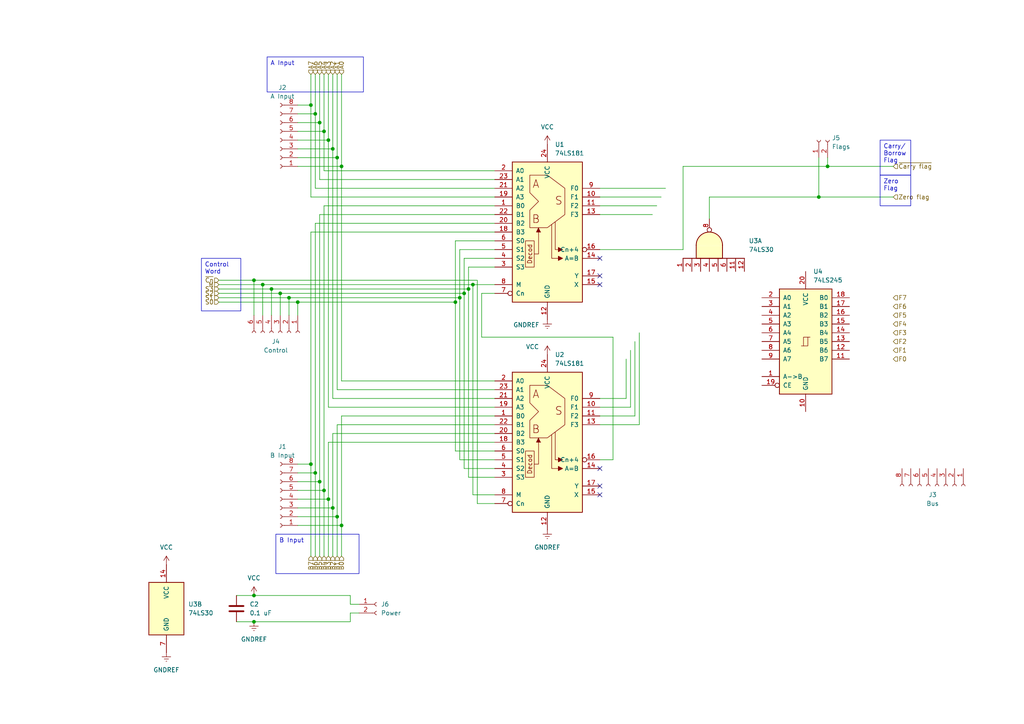
<source format=kicad_sch>
(kicad_sch (version 20231120) (generator "eeschema") (generator_version "8.0")
  (paper "A4")
  (title_block (title "Artemis ALU Module") (date "2024-07-14") (rev "1") (company "George Sleen"))
  (lib_symbols
    (symbol "74xx:74LS181" (pin_names (offset 1.016))
      (property "Reference" "U" (at -7.62 21.59 0))
      (property "Value" "74LS181" (at -7.62 -21.59 0))
      (symbol "74LS181_1_0"
        (polyline (pts (xy -3.81 -6.35) (xy -2.54 -6.35) (xy -2.54 1.27)))
        (polyline (pts (xy -2.54 1.27) (xy -3.175 0) (xy -1.905 0)) (fill (type outline)))
        (polyline (pts (xy 1.27 2.159) (xy 1.27 -7.62) (xy 3.175 -7.62)))
        (polyline (pts (xy 3.175 -5.08) (xy 2.286 -5.08) (xy 2.286 2.921)))
        (polyline (pts (xy 4.445 -7.62) (xy 3.175 -6.985) (xy 3.175 -8.255) (xy 4.445 -7.62)) (fill (type outline)))
        (polyline (pts (xy 4.445 -5.08) (xy 3.175 -4.445) (xy 3.175 -5.715) (xy 4.445 -5.08)) (fill (type outline)))
        (polyline (pts (xy -6.35 -2.54) (xy -6.35 -10.16) (xy -3.81 -10.16) (xy -3.81 -2.54) (xy -6.35 -2.54)))
        (polyline (pts (xy -5.08 16.51) (xy -5.08 11.43) (xy -2.54 8.89) (xy -5.08 6.35) (xy -5.08 1.27) (xy 0 1.27) (xy 5.08 5.08) (xy 5.08 12.7) (xy 0 16.51) (xy -5.08 16.51)))
        (text "A" (at -3.302 13.97 0) (effects (font (size 2.286 2.286))))
        (text "B" (at -3.302 3.81 0) (effects (font (size 2.286 2.286))))
        (text "Decod" (at -5.08 -6.35 900) (effects (font (size 1.27 1.27))))
        (text "S" (at 3.302 9.144 0) (effects (font (size 2.286 2.286))))
        (pin input line (at -15.24 7.62 0) (length 5.08) (name "B0") (number "1"))
        (pin output line (at 15.24 10.16 180) (length 5.08) (name "F1") (number "10"))
        (pin output line (at 15.24 7.62 180) (length 5.08) (name "F2") (number "11"))
        (pin power_in line (at 0 -25.4 90) (length 5.08) (name "GND") (number "12"))
        (pin output line (at 15.24 5.08 180) (length 5.08) (name "F3") (number "13"))
        (pin output line (at 15.24 -7.62 180) (length 5.08) (name "A=B") (number "14"))
        (pin output line (at 15.24 -15.24 180) (length 5.08) (name "X") (number "15"))
        (pin output inverted (at 15.24 -5.08 180) (length 5.08) (name "Cn+4") (number "16"))
        (pin output line (at 15.24 -12.7 180) (length 5.08) (name "Y") (number "17"))
        (pin input line (at -15.24 0 0) (length 5.08) (name "B3") (number "18"))
        (pin input line (at -15.24 10.16 0) (length 5.08) (name "A3") (number "19"))
        (pin input line (at -15.24 17.78 0) (length 5.08) (name "A0") (number "2"))
        (pin input line (at -15.24 2.54 0) (length 5.08) (name "B2") (number "20"))
        (pin input line (at -15.24 12.7 0) (length 5.08) (name "A2") (number "21"))
        (pin input line (at -15.24 5.08 0) (length 5.08) (name "B1") (number "22"))
        (pin input line (at -15.24 15.24 0) (length 5.08) (name "A1") (number "23"))
        (pin power_in line (at 0 25.4 270) (length 5.08) (name "VCC") (number "24"))
        (pin input line (at -15.24 -10.16 0) (length 5.08) (name "S3") (number "3"))
        (pin input line (at -15.24 -7.62 0) (length 5.08) (name "S2") (number "4"))
        (pin input line (at -15.24 -5.08 0) (length 5.08) (name "S1") (number "5"))
        (pin input line (at -15.24 -2.54 0) (length 5.08) (name "S0") (number "6"))
        (pin input inverted (at -15.24 -17.78 0) (length 5.08) (name "Cn") (number "7"))
        (pin input line (at -15.24 -15.24 0) (length 5.08) (name "M") (number "8"))
        (pin output line (at 15.24 12.7 180) (length 5.08) (name "F0") (number "9"))
      )
      (symbol "74LS181_1_1"
        (rectangle (start -10.16 20.32) (end 10.16 -20.32) (stroke (width 0.254)) (fill (type background)))
      )
    )
    (symbol "74xx:74LS245" (pin_names (offset 1.016))
      (property "Reference" "U" (at -7.62 16.51 0))
      (property "Value" "74LS245" (at -7.62 -16.51 0))
      (symbol "74LS245_1_0"
        (polyline (pts (xy -0.635 -1.27) (xy -0.635 1.27) (xy 0.635 1.27)))
        (polyline (pts (xy -1.27 -1.27) (xy 0.635 -1.27) (xy 0.635 1.27) (xy 1.27 1.27)))
        (pin input line (at -12.7 -10.16 0) (length 5.08) (name "A->B") (number "1"))
        (pin power_in line (at 0 -20.32 90) (length 5.08) (name "GND") (number "10"))
        (pin tri_state line (at 12.7 -5.08 180) (length 5.08) (name "B7") (number "11"))
        (pin tri_state line (at 12.7 -2.54 180) (length 5.08) (name "B6") (number "12"))
        (pin tri_state line (at 12.7 0 180) (length 5.08) (name "B5") (number "13"))
        (pin tri_state line (at 12.7 2.54 180) (length 5.08) (name "B4") (number "14"))
        (pin tri_state line (at 12.7 5.08 180) (length 5.08) (name "B3") (number "15"))
        (pin tri_state line (at 12.7 7.62 180) (length 5.08) (name "B2") (number "16"))
        (pin tri_state line (at 12.7 10.16 180) (length 5.08) (name "B1") (number "17"))
        (pin tri_state line (at 12.7 12.7 180) (length 5.08) (name "B0") (number "18"))
        (pin input inverted (at -12.7 -12.7 0) (length 5.08) (name "CE") (number "19"))
        (pin tri_state line (at -12.7 12.7 0) (length 5.08) (name "A0") (number "2"))
        (pin power_in line (at 0 20.32 270) (length 5.08) (name "VCC") (number "20"))
        (pin tri_state line (at -12.7 10.16 0) (length 5.08) (name "A1") (number "3"))
        (pin tri_state line (at -12.7 7.62 0) (length 5.08) (name "A2") (number "4"))
        (pin tri_state line (at -12.7 5.08 0) (length 5.08) (name "A3") (number "5"))
        (pin tri_state line (at -12.7 2.54 0) (length 5.08) (name "A4") (number "6"))
        (pin tri_state line (at -12.7 0 0) (length 5.08) (name "A5") (number "7"))
        (pin tri_state line (at -12.7 -2.54 0) (length 5.08) (name "A6") (number "8"))
        (pin tri_state line (at -12.7 -5.08 0) (length 5.08) (name "A7") (number "9"))
      )
      (symbol "74LS245_1_1"
        (rectangle (start -7.62 15.24) (end 7.62 -15.24) (stroke (width 0.254)) (fill (type background)))
      )
    )
    (symbol "74xx:74LS30" (pin_names (offset 1.016))
      (property "Reference" "U" (at 0 1.27 0))
      (property "Value" "74LS30" (at 0 -1.27 0))
      (symbol "74LS30_1_1"
        (arc (start 0 -3.81) (mid 3.7934 0) (end 0 3.81) (stroke (width 0.254)) (fill (type background)))
        (polyline (pts (xy -3.81 7.62) (xy -3.81 -10.16)) (stroke (width 0.254)))
        (polyline (pts (xy 0 3.81) (xy -3.81 3.81) (xy -3.81 -3.81) (xy 0 -3.81)) (stroke (width 0.254)) (fill (type background)))
        (pin input line (at -7.62 7.62 0) (length 3.81) (name "~") (number "1"))
        (pin input line (at -7.62 -7.62 0) (length 3.81) (name "~") (number "11"))
        (pin input line (at -7.62 -10.16 0) (length 3.81) (name "~") (number "12"))
        (pin input line (at -7.62 5.08 0) (length 3.81) (name "~") (number "2"))
        (pin input line (at -7.62 2.54 0) (length 3.81) (name "~") (number "3"))
        (pin input line (at -7.62 0 0) (length 3.81) (name "~") (number "4"))
        (pin input line (at -7.62 -2.54 0) (length 3.81) (name "~") (number "5"))
        (pin input line (at -7.62 -5.08 0) (length 3.81) (name "~") (number "6"))
        (pin output inverted (at 7.62 0 180) (length 3.81) (name "~") (number "8"))
      )
      (symbol "74LS30_1_2"
        (arc (start -3.81 -3.81) (mid -2.589 0) (end -3.81 3.81) (stroke (width 0.254)))
        (arc (start -0.6096 -3.81) (mid 2.1842 -2.5851) (end 3.81 0) (stroke (width 0.254)) (fill (type background)))
        (polyline (pts (xy -3.81 -3.81) (xy -3.81 -10.16)) (stroke (width 0.254)))
        (polyline (pts (xy -3.81 -3.81) (xy -0.635 -3.81)) (stroke (width 0.254)) (fill (type background)))
        (polyline (pts (xy -3.81 3.81) (xy -0.635 3.81)) (stroke (width 0.254)) (fill (type background)))
        (polyline (pts (xy -3.81 7.62) (xy -3.81 3.81)) (stroke (width 0.254)))
        (polyline (pts (xy -0.635 3.81) (xy -3.81 3.81) (xy -3.81 3.81) (xy -3.556 3.4036) (xy -3.0226 2.2606) (xy -2.6924 1.0414) (xy -2.6162 -0.254) (xy -2.7686 -1.4986) (xy -3.175 -2.7178) (xy -3.81 -3.81) (xy -3.81 -3.81) (xy -0.635 -3.81)) (stroke (width -25.4)) (fill (type background)))
        (arc (start 3.81 0) (mid 2.1915 2.5936) (end -0.6096 3.81) (stroke (width 0.254)) (fill (type background)))
        (pin input inverted (at -7.62 7.62 0) (length 3.81) (name "~") (number "1"))
        (pin input inverted (at -7.62 -7.62 0) (length 3.81) (name "~") (number "11"))
        (pin input inverted (at -7.62 -10.16 0) (length 3.81) (name "~") (number "12"))
        (pin input inverted (at -7.62 5.08 0) (length 3.81) (name "~") (number "2"))
        (pin input inverted (at -7.62 2.54 0) (length 4.5466) (name "~") (number "3"))
        (pin input inverted (at -7.62 0 0) (length 5.08) (name "~") (number "4"))
        (pin input inverted (at -7.62 -2.54 0) (length 4.5466) (name "~") (number "5"))
        (pin input inverted (at -7.62 -5.08 0) (length 3.81) (name "~") (number "6"))
        (pin output line (at 7.62 0 180) (length 3.81) (name "~") (number "8"))
      )
      (symbol "74LS30_2_0"
        (pin power_in line (at 0 12.7 270) (length 5.08) (name "VCC") (number "14"))
        (pin power_in line (at 0 -12.7 90) (length 5.08) (name "GND") (number "7"))
      )
      (symbol "74LS30_2_1"
        (rectangle (start -5.08 7.62) (end 5.08 -7.62) (stroke (width 0.254)) (fill (type background)))
      )
    )
    (symbol "Connector:Conn_01x02_Socket" (pin_names (offset 1.016) hide)
      (property "Reference" "J" (at 0 2.54 0))
      (property "Value" "Conn_01x02_Socket" (at 0 -5.08 0))
      (symbol "Conn_01x02_Socket_1_1"
        (arc (start 0 -2.032) (mid -0.5058 -2.54) (end 0 -3.048) (stroke (width 0.1524)))
        (polyline (pts (xy -1.27 -2.54) (xy -0.508 -2.54)) (stroke (width 0.1524)))
        (polyline (pts (xy -1.27 0) (xy -0.508 0)) (stroke (width 0.1524)))
        (arc (start 0 0.508) (mid -0.5058 0) (end 0 -0.508) (stroke (width 0.1524)))
        (pin passive line (at -5.08 0 0) (length 3.81) (name "Pin_1") (number "1"))
        (pin passive line (at -5.08 -2.54 0) (length 3.81) (name "Pin_2") (number "2"))
      )
    )
    (symbol "Connector:Conn_01x06_Socket" (pin_names (offset 1.016) hide)
      (property "Reference" "J" (at 0 7.62 0))
      (property "Value" "Conn_01x06_Socket" (at 0 -10.16 0))
      (symbol "Conn_01x06_Socket_1_1"
        (arc (start 0 -7.112) (mid -0.5058 -7.62) (end 0 -8.128) (stroke (width 0.1524)))
        (arc (start 0 -4.572) (mid -0.5058 -5.08) (end 0 -5.588) (stroke (width 0.1524)))
        (arc (start 0 -2.032) (mid -0.5058 -2.54) (end 0 -3.048) (stroke (width 0.1524)))
        (polyline (pts (xy -1.27 -7.62) (xy -0.508 -7.62)) (stroke (width 0.1524)))
        (polyline (pts (xy -1.27 -5.08) (xy -0.508 -5.08)) (stroke (width 0.1524)))
        (polyline (pts (xy -1.27 -2.54) (xy -0.508 -2.54)) (stroke (width 0.1524)))
        (polyline (pts (xy -1.27 0) (xy -0.508 0)) (stroke (width 0.1524)))
        (polyline (pts (xy -1.27 2.54) (xy -0.508 2.54)) (stroke (width 0.1524)))
        (polyline (pts (xy -1.27 5.08) (xy -0.508 5.08)) (stroke (width 0.1524)))
        (arc (start 0 0.508) (mid -0.5058 0) (end 0 -0.508) (stroke (width 0.1524)))
        (arc (start 0 3.048) (mid -0.5058 2.54) (end 0 2.032) (stroke (width 0.1524)))
        (arc (start 0 5.588) (mid -0.5058 5.08) (end 0 4.572) (stroke (width 0.1524)))
        (pin passive line (at -5.08 5.08 0) (length 3.81) (name "Pin_1") (number "1"))
        (pin passive line (at -5.08 2.54 0) (length 3.81) (name "Pin_2") (number "2"))
        (pin passive line (at -5.08 0 0) (length 3.81) (name "Pin_3") (number "3"))
        (pin passive line (at -5.08 -2.54 0) (length 3.81) (name "Pin_4") (number "4"))
        (pin passive line (at -5.08 -5.08 0) (length 3.81) (name "Pin_5") (number "5"))
        (pin passive line (at -5.08 -7.62 0) (length 3.81) (name "Pin_6") (number "6"))
      )
    )
    (symbol "Connector:Conn_01x08_Socket" (pin_names (offset 1.016) hide)
      (property "Reference" "J" (at 0 10.16 0))
      (property "Value" "Conn_01x08_Socket" (at 0 -12.7 0))
      (symbol "Conn_01x08_Socket_1_1"
        (arc (start 0 -9.652) (mid -0.5058 -10.16) (end 0 -10.668) (stroke (width 0.1524)))
        (arc (start 0 -7.112) (mid -0.5058 -7.62) (end 0 -8.128) (stroke (width 0.1524)))
        (arc (start 0 -4.572) (mid -0.5058 -5.08) (end 0 -5.588) (stroke (width 0.1524)))
        (arc (start 0 -2.032) (mid -0.5058 -2.54) (end 0 -3.048) (stroke (width 0.1524)))
        (polyline (pts (xy -1.27 -10.16) (xy -0.508 -10.16)) (stroke (width 0.1524)))
        (polyline (pts (xy -1.27 -7.62) (xy -0.508 -7.62)) (stroke (width 0.1524)))
        (polyline (pts (xy -1.27 -5.08) (xy -0.508 -5.08)) (stroke (width 0.1524)))
        (polyline (pts (xy -1.27 -2.54) (xy -0.508 -2.54)) (stroke (width 0.1524)))
        (polyline (pts (xy -1.27 0) (xy -0.508 0)) (stroke (width 0.1524)))
        (polyline (pts (xy -1.27 2.54) (xy -0.508 2.54)) (stroke (width 0.1524)))
        (polyline (pts (xy -1.27 5.08) (xy -0.508 5.08)) (stroke (width 0.1524)))
        (polyline (pts (xy -1.27 7.62) (xy -0.508 7.62)) (stroke (width 0.1524)))
        (arc (start 0 0.508) (mid -0.5058 0) (end 0 -0.508) (stroke (width 0.1524)))
        (arc (start 0 3.048) (mid -0.5058 2.54) (end 0 2.032) (stroke (width 0.1524)))
        (arc (start 0 5.588) (mid -0.5058 5.08) (end 0 4.572) (stroke (width 0.1524)))
        (arc (start 0 8.128) (mid -0.5058 7.62) (end 0 7.112) (stroke (width 0.1524)))
        (pin passive line (at -5.08 7.62 0) (length 3.81) (name "Pin_1") (number "1"))
        (pin passive line (at -5.08 5.08 0) (length 3.81) (name "Pin_2") (number "2"))
        (pin passive line (at -5.08 2.54 0) (length 3.81) (name "Pin_3") (number "3"))
        (pin passive line (at -5.08 0 0) (length 3.81) (name "Pin_4") (number "4"))
        (pin passive line (at -5.08 -2.54 0) (length 3.81) (name "Pin_5") (number "5"))
        (pin passive line (at -5.08 -5.08 0) (length 3.81) (name "Pin_6") (number "6"))
        (pin passive line (at -5.08 -7.62 0) (length 3.81) (name "Pin_7") (number "7"))
        (pin passive line (at -5.08 -10.16 0) (length 3.81) (name "Pin_8") (number "8"))
      )
    )
    (symbol "Device:C" (pin_numbers hide) (pin_names (offset 0.254))
      (property "Reference" "C" (at 0.635 2.54 0))
      (property "Value" "C" (at 0.635 -2.54 0))
      (symbol "C_0_1"
        (polyline (pts (xy -2.032 -0.762) (xy 2.032 -0.762)) (stroke (width 0.508)))
        (polyline (pts (xy -2.032 0.762) (xy 2.032 0.762)) (stroke (width 0.508)))
      )
      (symbol "C_1_1"
        (pin passive line (at 0 3.81 270) (length 2.794) (name "~") (number "1"))
        (pin passive line (at 0 -3.81 90) (length 2.794) (name "~") (number "2"))
      )
    )
    (symbol "power:GNDREF" (power) (pin_numbers hide) (pin_names (offset 0) hide)
      (property "Value" "GNDREF" (at 0 -3.81 0))
      (symbol "GNDREF_0_1"
        (polyline (pts (xy -0.635 -1.905) (xy 0.635 -1.905)))
        (polyline (pts (xy -0.127 -2.54) (xy 0.127 -2.54)))
        (polyline (pts (xy 0 -1.27) (xy 0 0)))
        (polyline (pts (xy 1.27 -1.27) (xy -1.27 -1.27)))
      )
      (symbol "GNDREF_1_1"
        (pin power_in line (at 0 0 270) (length 0) (name "~") (number "1"))
      )
    )
    (symbol "power:VCC" (power) (pin_numbers hide) (pin_names (offset 0) hide)
      (property "Value" "VCC" (at 0 3.556 0))
      (symbol "VCC_0_1"
        (polyline (pts (xy -0.762 1.27) (xy 0 2.54)))
        (polyline (pts (xy 0 0) (xy 0 2.54)))
        (polyline (pts (xy 0 2.54) (xy 0.762 1.27)))
      )
      (symbol "VCC_1_1"
        (pin power_in line (at 0 0 90) (length 0) (name "~") (number "1"))
      )
    )
  )
  (junction (at 91.44 137.16))
  (junction (at 95.25 40.64))
  (junction (at 97.79 149.86))
  (junction (at 78.74 83.82))
  (junction (at 134.62 85.09))
  (junction (at 97.79 45.72))
  (junction (at 133.35 86.36))
  (junction (at 73.66 180.34))
  (junction (at 132.08 87.63))
  (junction (at 240.03 48.26))
  (junction (at 73.66 172.72))
  (junction (at 99.06 48.26))
  (junction (at 90.17 134.62))
  (junction (at 81.28 85.09))
  (junction (at 91.44 33.02))
  (junction (at 83.82 86.36))
  (junction (at 76.2 82.55))
  (junction (at 86.36 87.63))
  (junction (at 135.89 83.82))
  (junction (at 96.52 43.18))
  (junction (at 73.66 81.28))
  (junction (at 93.98 142.24))
  (junction (at 137.16 82.55))
  (junction (at 90.17 30.48))
  (junction (at 92.71 35.56))
  (junction (at 92.71 139.7))
  (junction (at 95.25 144.78))
  (junction (at 237.49 57.15))
  (junction (at 99.06 152.4))
  (junction (at 96.52 147.32))
  (junction (at 93.98 38.1))
  (no_connect (at 173.99 74.93))
  (no_connect (at 173.99 82.55))
  (no_connect (at 173.99 80.01))
  (no_connect (at 173.99 143.51))
  (no_connect (at 173.99 135.89))
  (no_connect (at 173.99 140.97))
  (wire (pts (xy 86.36 134.62) (xy 90.17 134.62)))
  (wire (pts (xy 143.51 143.51) (xy 137.16 143.51)))
  (wire (pts (xy 63.5 81.28) (xy 73.66 81.28)))
  (wire (pts (xy 97.79 149.86) (xy 97.79 161.29)))
  (wire (pts (xy 86.36 147.32) (xy 96.52 147.32)))
  (wire (pts (xy 143.51 74.93) (xy 134.62 74.93)))
  (wire (pts (xy 143.51 118.11) (xy 95.25 118.11)))
  (wire (pts (xy 86.36 43.18) (xy 96.52 43.18)))
  (wire (pts (xy 97.79 45.72) (xy 97.79 113.03)))
  (wire (pts (xy 143.51 130.81) (xy 132.08 130.81)))
  (wire (pts (xy 93.98 38.1) (xy 93.98 49.53)))
  (wire (pts (xy 143.51 54.61) (xy 91.44 54.61)))
  (wire (pts (xy 101.6 177.8) (xy 101.6 180.34)))
  (wire (pts (xy 205.74 63.5) (xy 205.74 57.15)))
  (wire (pts (xy 86.36 48.26) (xy 99.06 48.26)))
  (wire (pts (xy 143.51 59.69) (xy 93.98 59.69)))
  (wire (pts (xy 198.12 48.26) (xy 240.03 48.26)))
  (wire (pts (xy 173.99 72.39) (xy 198.12 72.39)))
  (wire (pts (xy 139.7 97.79) (xy 139.7 85.09)))
  (wire (pts (xy 86.36 87.63) (xy 132.08 87.63)))
  (wire (pts (xy 181.61 115.57) (xy 181.61 104.14)))
  (wire (pts (xy 86.36 137.16) (xy 91.44 137.16)))
  (wire (pts (xy 86.36 30.48) (xy 90.17 30.48)))
  (wire (pts (xy 92.71 35.56) (xy 92.71 52.07)))
  (wire (pts (xy 198.12 72.39) (xy 198.12 48.26)))
  (wire (pts (xy 173.99 123.19) (xy 185.42 123.19)))
  (wire (pts (xy 135.89 83.82) (xy 135.89 138.43)))
  (wire (pts (xy 132.08 69.85) (xy 143.51 69.85)))
  (wire (pts (xy 86.36 40.64) (xy 95.25 40.64)))
  (wire (pts (xy 240.03 45.72) (xy 240.03 48.26)))
  (wire (pts (xy 104.14 177.8) (xy 101.6 177.8)))
  (wire (pts (xy 99.06 120.65) (xy 99.06 152.4)))
  (wire (pts (xy 173.99 118.11) (xy 182.88 118.11)))
  (wire (pts (xy 97.79 21.59) (xy 97.79 45.72)))
  (wire (pts (xy 92.71 139.7) (xy 92.71 161.29)))
  (wire (pts (xy 96.52 125.73) (xy 96.52 147.32)))
  (wire (pts (xy 95.25 144.78) (xy 95.25 161.29)))
  (wire (pts (xy 143.51 115.57) (xy 96.52 115.57)))
  (wire (pts (xy 143.51 110.49) (xy 99.06 110.49)))
  (wire (pts (xy 86.36 35.56) (xy 92.71 35.56)))
  (wire (pts (xy 86.36 139.7) (xy 92.71 139.7)))
  (wire (pts (xy 143.51 64.77) (xy 91.44 64.77)))
  (wire (pts (xy 137.16 82.55) (xy 143.51 82.55)))
  (wire (pts (xy 96.52 43.18) (xy 96.52 115.57)))
  (wire (pts (xy 91.44 33.02) (xy 91.44 54.61)))
  (wire (pts (xy 78.74 83.82) (xy 135.89 83.82)))
  (wire (pts (xy 143.51 113.03) (xy 97.79 113.03)))
  (wire (pts (xy 143.51 57.15) (xy 90.17 57.15)))
  (wire (pts (xy 63.5 85.09) (xy 81.28 85.09)))
  (wire (pts (xy 135.89 77.47) (xy 135.89 83.82)))
  (wire (pts (xy 139.7 85.09) (xy 143.51 85.09)))
  (wire (pts (xy 91.44 137.16) (xy 91.44 161.29)))
  (wire (pts (xy 63.5 82.55) (xy 76.2 82.55)))
  (wire (pts (xy 143.51 146.05) (xy 138.43 146.05)))
  (wire (pts (xy 93.98 59.69) (xy 93.98 142.24)))
  (wire (pts (xy 83.82 86.36) (xy 83.82 91.44)))
  (wire (pts (xy 143.51 120.65) (xy 99.06 120.65)))
  (wire (pts (xy 205.74 57.15) (xy 237.49 57.15)))
  (wire (pts (xy 86.36 144.78) (xy 95.25 144.78)))
  (wire (pts (xy 184.15 99.06) (xy 184.15 120.65)))
  (wire (pts (xy 132.08 69.85) (xy 132.08 87.63)))
  (wire (pts (xy 99.06 152.4) (xy 99.06 161.29)))
  (wire (pts (xy 90.17 134.62) (xy 90.17 161.29)))
  (wire (pts (xy 90.17 67.31) (xy 90.17 134.62)))
  (wire (pts (xy 73.66 180.34) (xy 101.6 180.34)))
  (wire (pts (xy 99.06 21.59) (xy 99.06 48.26)))
  (wire (pts (xy 86.36 152.4) (xy 99.06 152.4)))
  (wire (pts (xy 173.99 54.61) (xy 193.04 54.61)))
  (wire (pts (xy 237.49 45.72) (xy 237.49 57.15)))
  (wire (pts (xy 104.14 175.26) (xy 101.6 175.26)))
  (wire (pts (xy 63.5 83.82) (xy 78.74 83.82)))
  (wire (pts (xy 138.43 146.05) (xy 138.43 81.28)))
  (wire (pts (xy 134.62 135.89) (xy 143.51 135.89)))
  (wire (pts (xy 143.51 67.31) (xy 90.17 67.31)))
  (wire (pts (xy 91.44 21.59) (xy 91.44 33.02)))
  (wire (pts (xy 143.51 52.07) (xy 92.71 52.07)))
  (wire (pts (xy 182.88 118.11) (xy 182.88 101.6)))
  (wire (pts (xy 134.62 74.93) (xy 134.62 85.09)))
  (wire (pts (xy 83.82 86.36) (xy 133.35 86.36)))
  (wire (pts (xy 86.36 142.24) (xy 93.98 142.24)))
  (wire (pts (xy 135.89 77.47) (xy 143.51 77.47)))
  (wire (pts (xy 86.36 87.63) (xy 86.36 91.44)))
  (wire (pts (xy 143.51 49.53) (xy 93.98 49.53)))
  (wire (pts (xy 133.35 72.39) (xy 133.35 86.36)))
  (wire (pts (xy 76.2 82.55) (xy 76.2 91.44)))
  (wire (pts (xy 68.58 180.34) (xy 73.66 180.34)))
  (wire (pts (xy 96.52 21.59) (xy 96.52 43.18)))
  (wire (pts (xy 132.08 87.63) (xy 132.08 130.81)))
  (wire (pts (xy 133.35 86.36) (xy 133.35 133.35)))
  (wire (pts (xy 173.99 62.23) (xy 189.23 62.23)))
  (wire (pts (xy 96.52 147.32) (xy 96.52 161.29)))
  (wire (pts (xy 99.06 48.26) (xy 99.06 110.49)))
  (wire (pts (xy 134.62 85.09) (xy 134.62 135.89)))
  (wire (pts (xy 86.36 45.72) (xy 97.79 45.72)))
  (wire (pts (xy 95.25 40.64) (xy 95.25 118.11)))
  (wire (pts (xy 95.25 128.27) (xy 95.25 144.78)))
  (wire (pts (xy 86.36 149.86) (xy 97.79 149.86)))
  (wire (pts (xy 173.99 120.65) (xy 184.15 120.65)))
  (wire (pts (xy 173.99 133.35) (xy 177.8 133.35)))
  (wire (pts (xy 73.66 172.72) (xy 101.6 172.72)))
  (wire (pts (xy 173.99 59.69) (xy 190.5 59.69)))
  (wire (pts (xy 185.42 96.52) (xy 185.42 123.19)))
  (wire (pts (xy 63.5 87.63) (xy 86.36 87.63)))
  (wire (pts (xy 101.6 175.26) (xy 101.6 172.72)))
  (wire (pts (xy 81.28 85.09) (xy 81.28 91.44)))
  (wire (pts (xy 143.51 72.39) (xy 133.35 72.39)))
  (wire (pts (xy 73.66 81.28) (xy 138.43 81.28)))
  (wire (pts (xy 137.16 143.51) (xy 137.16 82.55)))
  (wire (pts (xy 93.98 142.24) (xy 93.98 161.29)))
  (wire (pts (xy 177.8 97.79) (xy 139.7 97.79)))
  (wire (pts (xy 93.98 21.59) (xy 93.98 38.1)))
  (wire (pts (xy 143.51 125.73) (xy 96.52 125.73)))
  (wire (pts (xy 68.58 172.72) (xy 73.66 172.72)))
  (wire (pts (xy 240.03 48.26) (xy 259.08 48.26)))
  (wire (pts (xy 97.79 123.19) (xy 97.79 149.86)))
  (wire (pts (xy 76.2 82.55) (xy 137.16 82.55)))
  (wire (pts (xy 143.51 62.23) (xy 92.71 62.23)))
  (wire (pts (xy 143.51 123.19) (xy 97.79 123.19)))
  (wire (pts (xy 92.71 21.59) (xy 92.71 35.56)))
  (wire (pts (xy 86.36 38.1) (xy 93.98 38.1)))
  (wire (pts (xy 237.49 57.15) (xy 259.08 57.15)))
  (wire (pts (xy 143.51 128.27) (xy 95.25 128.27)))
  (wire (pts (xy 90.17 21.59) (xy 90.17 30.48)))
  (wire (pts (xy 173.99 57.15) (xy 191.77 57.15)))
  (wire (pts (xy 92.71 62.23) (xy 92.71 139.7)))
  (wire (pts (xy 173.99 115.57) (xy 181.61 115.57)))
  (wire (pts (xy 95.25 21.59) (xy 95.25 40.64)))
  (wire (pts (xy 78.74 83.82) (xy 78.74 91.44)))
  (wire (pts (xy 73.66 81.28) (xy 73.66 91.44)))
  (wire (pts (xy 63.5 86.36) (xy 83.82 86.36)))
  (wire (pts (xy 133.35 133.35) (xy 143.51 133.35)))
  (wire (pts (xy 143.51 138.43) (xy 135.89 138.43)))
  (wire (pts (xy 177.8 133.35) (xy 177.8 97.79)))
  (wire (pts (xy 81.28 85.09) (xy 134.62 85.09)))
  (wire (pts (xy 91.44 64.77) (xy 91.44 137.16)))
  (wire (pts (xy 90.17 30.48) (xy 90.17 57.15)))
  (wire (pts (xy 86.36 33.02) (xy 91.44 33.02)))
  (text_box "Control Word\n" (at 58.42 74.93 0) (size 11.43 15.24) (effects (font (size 1.27 1.27)) (justify left top)))
  (text_box "Zero Flag" (at 255.27 50.8 0) (size 8.89 8.89) (effects (font (size 1.27 1.27)) (justify left top)))
  (text_box "A Input" (at 77.47 16.51 0) (size 27.94 10.16) (effects (font (size 1.27 1.27)) (justify left top)))
  (text_box "B Input" (at 80.01 154.94 0) (size 24.13 11.43) (effects (font (size 1.27 1.27)) (justify left top)))
  (text_box "Carry/ Borrow Flag" (at 255.27 40.64 0) (size 8.89 10.16) (effects (font (size 1.27 1.27)) (justify left top)))
  (hierarchical_label "Zero flag" (shape input) (at 259.08 57.15 0))
  (hierarchical_label "A4" (shape input) (at 93.98 21.59 90))
  (hierarchical_label "F5" (shape input) (at 259.08 91.44 0))
  (hierarchical_label "B0" (shape input) (at 99.06 161.29 270))
  (hierarchical_label "A5" (shape input) (at 92.71 21.59 90))
  (hierarchical_label "~{Carry flag}" (shape input) (at 259.08 48.26 0))
  (hierarchical_label "F2" (shape input) (at 259.08 99.06 0))
  (hierarchical_label "S0" (shape input) (at 63.5 87.63 180))
  (hierarchical_label "B2" (shape input) (at 96.52 161.29 270))
  (hierarchical_label "A1" (shape input) (at 97.79 21.59 90))
  (hierarchical_label "F6" (shape input) (at 259.08 88.9 0))
  (hierarchical_label "B7" (shape input) (at 90.17 161.29 270))
  (hierarchical_label "M" (shape input) (at 63.5 82.55 180))
  (hierarchical_label "F0" (shape input) (at 259.08 104.14 0))
  (hierarchical_label "F1" (shape input) (at 259.08 101.6 0))
  (hierarchical_label "~{Cn}" (shape input) (at 63.5 81.28 180))
  (hierarchical_label "S2" (shape input) (at 63.5 85.09 180))
  (hierarchical_label "B3" (shape input) (at 95.25 161.29 270))
  (hierarchical_label "A7" (shape input) (at 90.17 21.59 90))
  (hierarchical_label "B6" (shape input) (at 91.44 161.29 270))
  (hierarchical_label "A0" (shape input) (at 99.06 21.59 90))
  (hierarchical_label "A3" (shape input) (at 95.25 21.59 90))
  (hierarchical_label "F3" (shape input) (at 259.08 96.52 0))
  (hierarchical_label "B5" (shape input) (at 92.71 161.29 270))
  (hierarchical_label "A6" (shape input) (at 91.44 21.59 90))
  (hierarchical_label "F7" (shape input) (at 259.08 86.36 0))
  (hierarchical_label "S1" (shape input) (at 63.5 86.36 180))
  (hierarchical_label "F4" (shape input) (at 259.08 93.98 0))
  (hierarchical_label "B4" (shape input) (at 93.98 161.29 270))
  (hierarchical_label "A2" (shape input) (at 96.52 21.59 90))
  (hierarchical_label "B1" (shape input) (at 97.79 161.29 270))
  (hierarchical_label "S3" (shape input) (at 63.5 83.82 180))
  (symbol (lib_id "power:GNDREF") (at 48.26 189.23 0) (unit 1)
    (property "Reference" "#PWR05" (effects (hide yes)))
    (property "Value" "GNDREF" (at 48.26 194.31 0))
    (property "Description" "Power symbol creates a global label with name \"GNDREF\" , reference supply ground" (effects (hide yes)))
  )
  (symbol (lib_id "power:VCC") (at 48.26 163.83 0) (unit 1)
    (property "Reference" "#PWR06" (effects (hide yes)))
    (property "Value" "VCC" (at 48.26 158.75 0))
    (property "Description" "Power symbol creates a global label with name \"VCC\"" (effects (hide yes)))
  )
  (symbol (lib_id "Connector:Conn_01x08_Socket") (at 81.28 40.64 180) (unit 1)
    (property "Reference" "J2" (at 81.915 25.4 0))
    (property "Value" "A Input" (at 81.915 27.94 0))
    (property "Footprint" "Connector_Molex:Molex_PicoBlade_53048-0810_1x08_P1.25mm_Horizontal" (effects (hide yes)))
    (property "Description" "Generic connector, single row, 01x08, script generated" (effects (hide yes)))
  )
  (symbol (lib_id "74xx:74LS245") (at 233.68 99.06 0) (unit 1)
    (property "Reference" "U4" (at 235.8741 78.74 0) (effects (justify left)))
    (property "Value" "74LS245" (at 235.8741 81.28 0) (effects (justify left)))
    (property "Footprint" "Package_DIP:DIP-20_W7.62mm_Socket_LongPads" (effects (hide yes)))
    (property "Datasheet" "http://www.ti.com/lit/gpn/sn74LS245" (effects (hide yes)))
    (property "Description" "Octal BUS Transceivers, 3-State outputs" (effects (hide yes)))
  )
  (symbol (lib_id "power:VCC") (at 158.75 41.91 0) (unit 1)
    (property "Reference" "#PWR02" (effects (hide yes)))
    (property "Value" "VCC" (at 158.75 36.83 0))
    (property "Description" "Power symbol creates a global label with name \"VCC\"" (effects (hide yes)))
  )
  (symbol (lib_id "74xx:74LS181") (at 158.75 67.31 0) (unit 1)
    (property "Reference" "U1" (at 160.9441 41.91 0) (effects (justify left)))
    (property "Value" "74LS181" (at 160.9441 44.45 0) (effects (justify left)))
    (property "Footprint" "Package_DIP:DIP-24_W15.24mm_Socket_LongPads" (effects (hide yes)))
    (property "Datasheet" "74xx/74F181.pdf" (effects (hide yes)))
    (property "Description" "Arithmetic logic unit" (effects (hide yes)))
  )
  (symbol (lib_id "power:GNDREF") (at 158.75 92.71 0) (unit 1)
    (property "Reference" "#PWR03" (effects (hide yes)))
    (property "Value" "GNDREF" (at 152.654 94.234 0))
    (property "Description" "Power symbol creates a global label with name \"GNDREF\" , reference supply ground" (effects (hide yes)))
  )
  (symbol (lib_id "Connector:Conn_01x02_Socket") (at 109.22 175.26 0) (unit 1)
    (property "Reference" "J6" (at 110.49 175.2599 0) (effects (justify left)))
    (property "Value" "Power" (at 110.49 177.7999 0) (effects (justify left)))
    (property "Footprint" "Connector_Molex:Molex_PicoBlade_53048-0210_1x02_P1.25mm_Horizontal" (effects (hide yes)))
    (property "Description" "Generic connector, single row, 01x02, script generated" (effects (hide yes)))
  )
  (symbol (lib_id "power:VCC") (at 73.66 172.72 0) (unit 1)
    (property "Reference" "#PWR07" (effects (hide yes)))
    (property "Value" "VCC" (at 73.66 167.64 0))
    (property "Description" "Power symbol creates a global label with name \"VCC\"" (effects (hide yes)))
  )
  (symbol (lib_id "Device:C") (at 68.58 176.53 0) (unit 1)
    (property "Reference" "C2" (at 72.39 175.2599 0) (effects (justify left)))
    (property "Value" "0.1 uF" (at 72.39 177.7999 0) (effects (justify left)))
    (property "Footprint" "Capacitor_SMD:C_1206_3216Metric_Pad1.33x1.80mm_HandSolder" (effects (hide yes)))
    (property "Description" "Unpolarized capacitor" (effects (hide yes)))
  )
  (symbol (lib_id "74xx:74LS30") (at 48.26 176.53 0) (unit 2)
    (property "Reference" "U3" (at 54.61 175.2599 0) (effects (justify left)))
    (property "Value" "74LS30" (at 54.61 177.7999 0) (effects (justify left)))
    (property "Footprint" "Package_DIP:DIP-14_W7.62mm_Socket_LongPads" (effects (hide yes)))
    (property "Datasheet" "http://www.ti.com/lit/gpn/sn74LS30" (effects (hide yes)))
    (property "Description" "8-input NAND" (effects (hide yes)))
  )
  (symbol (lib_id "74xx:74LS30") (at 205.74 71.12 90) (unit 1)
    (property "Reference" "U3" (at 217.17 69.8582 90) (effects (justify right)))
    (property "Value" "74LS30" (at 217.17 72.3982 90) (effects (justify right)))
    (property "Footprint" "Package_DIP:DIP-14_W7.62mm_Socket_LongPads" (effects (hide yes)))
    (property "Datasheet" "http://www.ti.com/lit/gpn/sn74LS30" (effects (hide yes)))
    (property "Description" "8-input NAND" (effects (hide yes)))
  )
  (symbol (lib_id "Connector:Conn_01x08_Socket") (at 81.28 144.78 180) (unit 1)
    (property "Reference" "J1" (at 81.915 129.54 0))
    (property "Value" "B Input" (at 81.915 132.08 0))
    (property "Footprint" "Connector_Molex:Molex_PicoBlade_53048-0810_1x08_P1.25mm_Horizontal" (effects (hide yes)))
    (property "Description" "Generic connector, single row, 01x08, script generated" (effects (hide yes)))
  )
  (symbol (lib_id "power:GNDREF") (at 158.75 153.67 0) (unit 1)
    (property "Reference" "#PWR04" (effects (hide yes)))
    (property "Value" "GNDREF" (at 158.75 158.75 0))
    (property "Description" "Power symbol creates a global label with name \"GNDREF\" , reference supply ground" (effects (hide yes)))
  )
  (symbol (lib_id "power:GNDREF") (at 73.66 180.34 0) (unit 1)
    (property "Reference" "#PWR08" (effects (hide yes)))
    (property "Value" "GNDREF" (at 73.66 185.42 0))
    (property "Description" "Power symbol creates a global label with name \"GNDREF\" , reference supply ground" (effects (hide yes)))
  )
  (symbol (lib_id "Connector:Conn_01x02_Socket") (at 237.49 40.64 90) (unit 1)
    (property "Reference" "J5" (at 241.3 40.0049 90) (effects (justify right)))
    (property "Value" "Flags" (at 241.3 42.5449 90) (effects (justify right)))
    (property "Footprint" "Connector_Molex:Molex_PicoBlade_53048-0210_1x02_P1.25mm_Horizontal" (effects (hide yes)))
    (property "Description" "Generic connector, single row, 01x02, script generated" (effects (hide yes)))
  )
  (symbol (lib_id "74xx:74LS181") (at 158.75 128.27 0) (unit 1)
    (property "Reference" "U2" (at 160.9441 102.87 0) (effects (justify left)))
    (property "Value" "74LS181" (at 160.9441 105.41 0) (effects (justify left)))
    (property "Footprint" "Package_DIP:DIP-24_W15.24mm_Socket_LongPads" (effects (hide yes)))
    (property "Datasheet" "74xx/74F181.pdf" (effects (hide yes)))
    (property "Description" "Arithmetic logic unit" (effects (hide yes)))
  )
  (symbol (lib_id "power:VCC") (at 158.75 102.87 0) (unit 1)
    (property "Reference" "#PWR01" (effects (hide yes)))
    (property "Value" "VCC" (at 154.432 100.584 0))
    (property "Description" "Power symbol creates a global label with name \"VCC\"" (effects (hide yes)))
  )
  (symbol (lib_id "Connector:Conn_01x06_Socket") (at 81.28 96.52 270) (unit 1)
    (property "Reference" "J4" (at 80.01 99.06 90))
    (property "Value" "Control" (at 80.01 101.6 90))
    (property "Footprint" "Connector_Molex:Molex_PicoBlade_53048-0610_1x06_P1.25mm_Horizontal" (effects (hide yes)))
    (property "Description" "Generic connector, single row, 01x06, script generated" (effects (hide yes)))
  )
  (symbol (lib_id "Connector:Conn_01x08_Socket") (at 271.78 140.97 270) (unit 1)
    (property "Reference" "J3" (at 270.51 143.51 90))
    (property "Value" "Bus" (at 270.51 146.05 90))
    (property "Footprint" "Connector_Molex:Molex_PicoBlade_53048-0810_1x08_P1.25mm_Horizontal" (effects (hide yes)))
    (property "Description" "Generic connector, single row, 01x08, script generated" (effects (hide yes)))
  )
)
</source>
